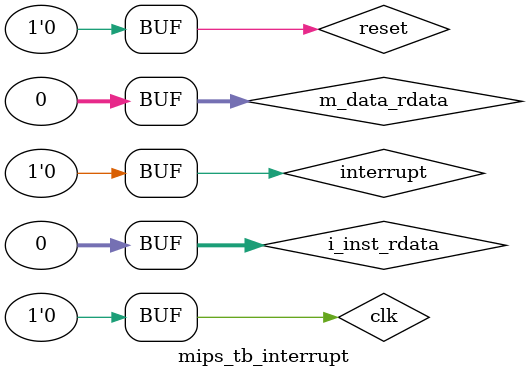
<source format=v>
`timescale 1ns / 1ps


module mips_tb_interrupt;

	// Inputs
	reg clk;
	reg reset;
	reg interrupt;
	reg [31:0] i_inst_rdata;
	reg [31:0] m_data_rdata;

	// Outputs
	wire [31:0] macroscopic_pc;
	wire [31:0] i_inst_addr;
	wire [31:0] m_data_addr;
	wire [31:0] m_data_wdata;
	wire [3:0] m_data_byteen;
	wire [31:0] m_int_addr;
	wire [3:0] m_int_byteen;
	wire [31:0] m_inst_addr;
	wire w_grf_we;
	wire [4:0] w_grf_addr;
	wire [31:0] w_grf_wdata;
	wire [31:0] w_inst_addr;

	// Instantiate the Unit Under Test (UUT)
	mips uut (
		.clk(clk), 
		.reset(reset), 
		.interrupt(interrupt), 
		.macroscopic_pc(macroscopic_pc), 
		.i_inst_addr(i_inst_addr), 
		.i_inst_rdata(i_inst_rdata), 
		.m_data_addr(m_data_addr), 
		.m_data_rdata(m_data_rdata), 
		.m_data_wdata(m_data_wdata), 
		.m_data_byteen(m_data_byteen), 
		.m_int_addr(m_int_addr), 
		.m_int_byteen(m_int_byteen), 
		.m_inst_addr(m_inst_addr), 
		.w_grf_we(w_grf_we), 
		.w_grf_addr(w_grf_addr), 
		.w_grf_wdata(w_grf_wdata), 
		.w_inst_addr(w_inst_addr)
	);

	initial begin
		// Initialize Inputs
		clk = 0;
		reset = 0;
		interrupt = 0;
		i_inst_rdata = 0;
		m_data_rdata = 0;

		// Wait 100 ns for global reset to finish
		#100;
        
		// Add stimulus here

	end
      
endmodule


</source>
